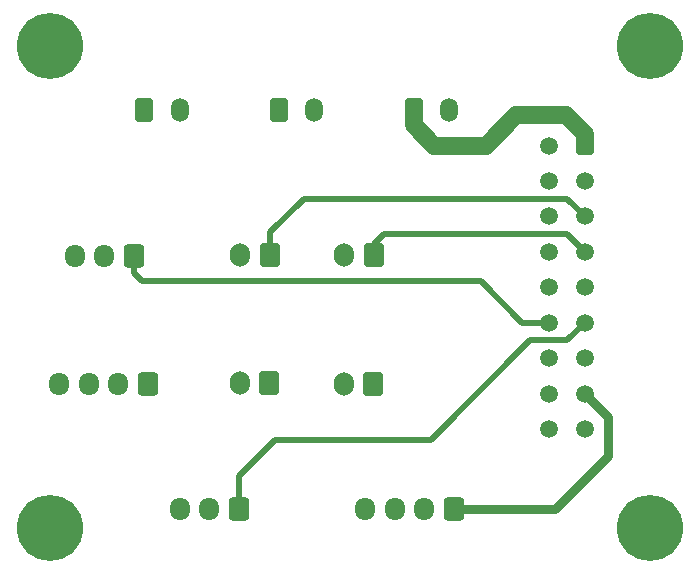
<source format=gbr>
%TF.GenerationSoftware,KiCad,Pcbnew,(6.0.6)*%
%TF.CreationDate,2022-07-16T02:29:14+02:00*%
%TF.ProjectId,breakbox_pcb,62726561-6b62-46f7-985f-7063622e6b69,rev?*%
%TF.SameCoordinates,Original*%
%TF.FileFunction,Copper,L2,Bot*%
%TF.FilePolarity,Positive*%
%FSLAX46Y46*%
G04 Gerber Fmt 4.6, Leading zero omitted, Abs format (unit mm)*
G04 Created by KiCad (PCBNEW (6.0.6)) date 2022-07-16 02:29:14*
%MOMM*%
%LPD*%
G01*
G04 APERTURE LIST*
G04 Aperture macros list*
%AMRoundRect*
0 Rectangle with rounded corners*
0 $1 Rounding radius*
0 $2 $3 $4 $5 $6 $7 $8 $9 X,Y pos of 4 corners*
0 Add a 4 corners polygon primitive as box body*
4,1,4,$2,$3,$4,$5,$6,$7,$8,$9,$2,$3,0*
0 Add four circle primitives for the rounded corners*
1,1,$1+$1,$2,$3*
1,1,$1+$1,$4,$5*
1,1,$1+$1,$6,$7*
1,1,$1+$1,$8,$9*
0 Add four rect primitives between the rounded corners*
20,1,$1+$1,$2,$3,$4,$5,0*
20,1,$1+$1,$4,$5,$6,$7,0*
20,1,$1+$1,$6,$7,$8,$9,0*
20,1,$1+$1,$8,$9,$2,$3,0*%
G04 Aperture macros list end*
%TA.AperFunction,ComponentPad*%
%ADD10C,5.600000*%
%TD*%
%TA.AperFunction,ComponentPad*%
%ADD11RoundRect,0.250001X-0.499999X0.499999X-0.499999X-0.499999X0.499999X-0.499999X0.499999X0.499999X0*%
%TD*%
%TA.AperFunction,ComponentPad*%
%ADD12C,1.500000*%
%TD*%
%TA.AperFunction,ComponentPad*%
%ADD13RoundRect,0.250000X0.600000X0.725000X-0.600000X0.725000X-0.600000X-0.725000X0.600000X-0.725000X0*%
%TD*%
%TA.AperFunction,ComponentPad*%
%ADD14O,1.700000X1.950000*%
%TD*%
%TA.AperFunction,ComponentPad*%
%ADD15RoundRect,0.250000X0.600000X0.750000X-0.600000X0.750000X-0.600000X-0.750000X0.600000X-0.750000X0*%
%TD*%
%TA.AperFunction,ComponentPad*%
%ADD16O,1.700000X2.000000*%
%TD*%
%TA.AperFunction,ComponentPad*%
%ADD17RoundRect,0.250001X-0.499999X-0.759999X0.499999X-0.759999X0.499999X0.759999X-0.499999X0.759999X0*%
%TD*%
%TA.AperFunction,ComponentPad*%
%ADD18O,1.500000X2.020000*%
%TD*%
%TA.AperFunction,Conductor*%
%ADD19C,0.508000*%
%TD*%
%TA.AperFunction,Conductor*%
%ADD20C,0.762000*%
%TD*%
%TA.AperFunction,Conductor*%
%ADD21C,1.524000*%
%TD*%
G04 APERTURE END LIST*
D10*
%TO.P,REF\u002A\u002A,1*%
%TO.N,N/C*%
X54700000Y-95400000D03*
%TD*%
%TO.P,REF\u002A\u002A,1*%
%TO.N,N/C*%
X105500000Y-54600000D03*
%TD*%
D11*
%TO.P,Breakbox Out,1*%
%TO.N,N/C*%
X100000000Y-63000000D03*
D12*
%TO.P,Breakbox Out,2*%
X100000000Y-66000000D03*
%TO.P,Breakbox Out,3*%
X100000000Y-69000000D03*
%TO.P,Breakbox Out,4*%
X100000000Y-72000000D03*
%TO.P,Breakbox Out,5*%
X100000000Y-75000000D03*
%TO.P,Breakbox Out,6*%
X100000000Y-78000000D03*
%TO.P,Breakbox Out,7*%
X100000000Y-81000000D03*
%TO.P,Breakbox Out,8*%
X100000000Y-84000000D03*
%TO.P,Breakbox Out,9*%
X100000000Y-87000000D03*
%TO.P,Breakbox Out,10*%
X97000000Y-63000000D03*
%TO.P,Breakbox Out,11*%
X97000000Y-66000000D03*
%TO.P,Breakbox Out,12*%
X97000000Y-69000000D03*
%TO.P,Breakbox Out,13*%
X97000000Y-72000000D03*
%TO.P,Breakbox Out,14*%
X97000000Y-75000000D03*
%TO.P,Breakbox Out,15*%
X97000000Y-78000000D03*
%TO.P,Breakbox Out,16*%
X97000000Y-81000000D03*
%TO.P,Breakbox Out,17*%
X97000000Y-84000000D03*
%TO.P,Breakbox Out,18*%
X97000000Y-87000000D03*
%TD*%
D13*
%TO.P,Neo Pixel,1*%
%TO.N,N/C*%
X70700000Y-93800000D03*
D14*
%TO.P,Neo Pixel,2*%
X68200000Y-93800000D03*
%TO.P,Neo Pixel,3*%
X65700000Y-93800000D03*
%TD*%
D15*
%TO.P,Fan 1,1*%
%TO.N,N/C*%
X82150000Y-72300000D03*
D16*
%TO.P,Fan 1,2*%
X79650000Y-72300000D03*
%TD*%
D10*
%TO.P,REF\u002A\u002A,1*%
%TO.N,N/C*%
X54700000Y-54600000D03*
%TD*%
D17*
%TO.P,Therm 0 In,1*%
%TO.N,N/C*%
X74100000Y-59970000D03*
D18*
%TO.P,Therm 0 In,2*%
X77100000Y-59970000D03*
%TD*%
D13*
%TO.P,Probe,1*%
%TO.N,N/C*%
X61800000Y-72325000D03*
D14*
%TO.P,Probe,2*%
X59300000Y-72325000D03*
%TO.P,Probe,3*%
X56800000Y-72325000D03*
%TD*%
D15*
%TO.P,Endstop Y,1*%
%TO.N,N/C*%
X82100000Y-83150000D03*
D16*
%TO.P,Endstop Y,2*%
X79600000Y-83150000D03*
%TD*%
D17*
%TO.P,Therm 1 In,1*%
%TO.N,N/C*%
X62700000Y-59970000D03*
D18*
%TO.P,Therm 1 In,2*%
X65700000Y-59970000D03*
%TD*%
D13*
%TO.P,E-Motor,1*%
%TO.N,N/C*%
X88900000Y-93800000D03*
D14*
%TO.P,E-Motor,2*%
X86400000Y-93800000D03*
%TO.P,E-Motor,3*%
X83900000Y-93800000D03*
%TO.P,E-Motor,4*%
X81400000Y-93800000D03*
%TD*%
D17*
%TO.P,HE In,1*%
%TO.N,N/C*%
X85500000Y-59970000D03*
D18*
%TO.P,HE In,2*%
X88500000Y-59970000D03*
%TD*%
D10*
%TO.P,REF\u002A\u002A,1*%
%TO.N,N/C*%
X105500000Y-95400000D03*
%TD*%
D13*
%TO.P,Endstops X/Y,1*%
%TO.N,N/C*%
X63000000Y-83225000D03*
D14*
%TO.P,Endstops X/Y,2*%
X60500000Y-83225000D03*
%TO.P,Endstops X/Y,3*%
X58000000Y-83225000D03*
%TO.P,Endstops X/Y,4*%
X55500000Y-83225000D03*
%TD*%
D15*
%TO.P,Fan 0,1*%
%TO.N,N/C*%
X73350000Y-72300000D03*
D16*
%TO.P,Fan 0,2*%
X70850000Y-72300000D03*
%TD*%
D15*
%TO.P,Endstop X,1*%
%TO.N,N/C*%
X73300000Y-83125000D03*
D16*
%TO.P,Endstop X,2*%
X70800000Y-83125000D03*
%TD*%
D19*
%TO.N,*%
X95400000Y-79500000D02*
X98500000Y-79500000D01*
X82150000Y-72700000D02*
X82150000Y-71350000D01*
D20*
X97500000Y-93800000D02*
X102000000Y-89300000D01*
D19*
X98500000Y-79500000D02*
X100000000Y-78000000D01*
X62500000Y-74500000D02*
X91200000Y-74500000D01*
D21*
X94200000Y-60400000D02*
X98400000Y-60400000D01*
D19*
X82150000Y-71350000D02*
X83000000Y-70500000D01*
X61800000Y-73800000D02*
X62500000Y-74500000D01*
D21*
X85500000Y-59970000D02*
X85500000Y-61300000D01*
D19*
X98500000Y-67500000D02*
X100000000Y-69000000D01*
D20*
X102000000Y-89300000D02*
X102000000Y-86000000D01*
D19*
X87000000Y-87900000D02*
X95400000Y-79500000D01*
D20*
X102000000Y-86000000D02*
X100000000Y-84000000D01*
D19*
X73800000Y-87900000D02*
X87000000Y-87900000D01*
X73350000Y-70350000D02*
X76200000Y-67500000D01*
D21*
X87200000Y-63000000D02*
X91600000Y-63000000D01*
X98400000Y-60400000D02*
X100000000Y-62000000D01*
D19*
X98500000Y-70500000D02*
X100000000Y-72000000D01*
X70700000Y-93800000D02*
X70700000Y-91000000D01*
D20*
X88900000Y-93800000D02*
X97500000Y-93800000D01*
D19*
X76200000Y-67500000D02*
X98500000Y-67500000D01*
X83000000Y-70500000D02*
X98500000Y-70500000D01*
D21*
X85500000Y-61300000D02*
X87200000Y-63000000D01*
X91600000Y-63000000D02*
X94200000Y-60400000D01*
X100000000Y-62000000D02*
X100000000Y-63000000D01*
D19*
X91200000Y-74500000D02*
X94700000Y-78000000D01*
X70700000Y-91000000D02*
X73800000Y-87900000D01*
X94700000Y-78000000D02*
X97000000Y-78000000D01*
X61800000Y-72325000D02*
X61800000Y-73800000D01*
X73350000Y-72700000D02*
X73350000Y-70350000D01*
%TD*%
M02*

</source>
